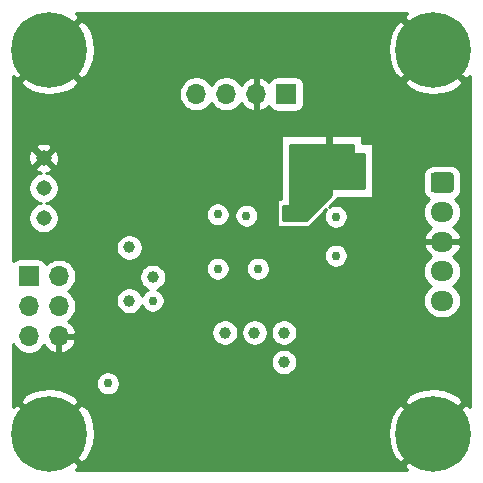
<source format=gbr>
G04 #@! TF.GenerationSoftware,KiCad,Pcbnew,(5.1.6-0-10_14)*
G04 #@! TF.CreationDate,2020-09-06T19:08:14+02:00*
G04 #@! TF.ProjectId,Tachometer pcb,54616368-6f6d-4657-9465-72207063622e,V2.0*
G04 #@! TF.SameCoordinates,Original*
G04 #@! TF.FileFunction,Copper,L2,Inr*
G04 #@! TF.FilePolarity,Positive*
%FSLAX46Y46*%
G04 Gerber Fmt 4.6, Leading zero omitted, Abs format (unit mm)*
G04 Created by KiCad (PCBNEW (5.1.6-0-10_14)) date 2020-09-06 19:08:14*
%MOMM*%
%LPD*%
G01*
G04 APERTURE LIST*
G04 #@! TA.AperFunction,ViaPad*
%ADD10C,1.308000*%
G04 #@! TD*
G04 #@! TA.AperFunction,ViaPad*
%ADD11O,1.700000X1.700000*%
G04 #@! TD*
G04 #@! TA.AperFunction,ViaPad*
%ADD12R,1.700000X1.700000*%
G04 #@! TD*
G04 #@! TA.AperFunction,ViaPad*
%ADD13O,1.950000X1.700000*%
G04 #@! TD*
G04 #@! TA.AperFunction,ViaPad*
%ADD14C,0.800000*%
G04 #@! TD*
G04 #@! TA.AperFunction,ViaPad*
%ADD15C,6.400000*%
G04 #@! TD*
G04 #@! TA.AperFunction,ViaPad*
%ADD16C,1.000000*%
G04 #@! TD*
G04 #@! TA.AperFunction,ViaPad*
%ADD17C,0.750000*%
G04 #@! TD*
G04 #@! TA.AperFunction,Conductor*
%ADD18C,0.254000*%
G04 #@! TD*
G04 APERTURE END LIST*
D10*
X138250000Y-103000000D03*
X138250000Y-97920000D03*
X138250000Y-100460000D03*
D11*
X139540000Y-113000000D03*
X137000000Y-113000000D03*
X139540000Y-110460000D03*
X137000000Y-110460000D03*
X139540000Y-107920000D03*
D12*
X137000000Y-107920000D03*
D13*
X172000000Y-110000000D03*
X172000000Y-107500000D03*
X172000000Y-105000000D03*
X172000000Y-102500000D03*
G04 #@! TA.AperFunction,ViaPad*
G36*
G01*
X171275000Y-99150000D02*
X172725000Y-99150000D01*
G75*
G02*
X172975000Y-99400000I0J-250000D01*
G01*
X172975000Y-100600000D01*
G75*
G02*
X172725000Y-100850000I-250000J0D01*
G01*
X171275000Y-100850000D01*
G75*
G02*
X171025000Y-100600000I0J250000D01*
G01*
X171025000Y-99400000D01*
G75*
G02*
X171275000Y-99150000I250000J0D01*
G01*
G37*
G04 #@! TD.AperFunction*
D11*
X151180000Y-92500000D03*
X153720000Y-92500000D03*
X156260000Y-92500000D03*
D12*
X158800000Y-92500000D03*
D14*
X140447056Y-119552944D03*
X138750000Y-118850000D03*
X137052944Y-119552944D03*
X136350000Y-121250000D03*
X137052944Y-122947056D03*
X138750000Y-123650000D03*
X140447056Y-122947056D03*
X141150000Y-121250000D03*
D15*
X138750000Y-121250000D03*
X171250000Y-121250000D03*
D14*
X173650000Y-121250000D03*
X172947056Y-122947056D03*
X171250000Y-123650000D03*
X169552944Y-122947056D03*
X168850000Y-121250000D03*
X169552944Y-119552944D03*
X171250000Y-118850000D03*
X172947056Y-119552944D03*
X172947056Y-87052944D03*
X171250000Y-86350000D03*
X169552944Y-87052944D03*
X168850000Y-88750000D03*
X169552944Y-90447056D03*
X171250000Y-91150000D03*
X172947056Y-90447056D03*
X173650000Y-88750000D03*
D15*
X171250000Y-88750000D03*
D14*
X140447056Y-87052944D03*
X138750000Y-86350000D03*
X137052944Y-87052944D03*
X136350000Y-88750000D03*
X137052944Y-90447056D03*
X138750000Y-91150000D03*
X140447056Y-90447056D03*
X141150000Y-88750000D03*
D15*
X138750000Y-88750000D03*
D16*
X159700000Y-97300000D03*
X165000000Y-100000000D03*
X165500000Y-103000000D03*
X165500000Y-105000000D03*
X165500000Y-107000000D03*
D17*
X144000000Y-118750000D03*
X144000000Y-120500000D03*
X144000000Y-122250000D03*
X166000000Y-122000000D03*
X164000000Y-122000000D03*
X143700000Y-117000000D03*
X155400000Y-102800000D03*
X147500000Y-110000000D03*
X153000000Y-102700000D03*
X163000000Y-106200000D03*
D16*
X145500000Y-110000000D03*
X147500000Y-108000000D03*
X158600000Y-112700000D03*
X156100000Y-112700000D03*
X158600000Y-115200000D03*
X153600000Y-112700000D03*
X145500000Y-105500000D03*
D17*
X163000000Y-102900000D03*
X153000000Y-107300000D03*
X156400000Y-107300000D03*
D18*
G36*
X168728724Y-86049119D02*
G01*
X171250000Y-88570395D01*
X171264143Y-88556253D01*
X171443748Y-88735858D01*
X171429605Y-88750000D01*
X173950881Y-91271276D01*
X174340000Y-90985049D01*
X174340001Y-119014952D01*
X173950881Y-118728724D01*
X171429605Y-121250000D01*
X171443748Y-121264143D01*
X171264143Y-121443748D01*
X171250000Y-121429605D01*
X168728724Y-123950881D01*
X169014951Y-124340000D01*
X140985049Y-124340000D01*
X141271276Y-123950881D01*
X138750000Y-121429605D01*
X138735858Y-121443748D01*
X138556253Y-121264143D01*
X138570395Y-121250000D01*
X138929605Y-121250000D01*
X141450881Y-123771276D01*
X141940548Y-123411088D01*
X142300849Y-122747118D01*
X142524694Y-122025615D01*
X142603480Y-121274305D01*
X142599002Y-121225695D01*
X167396520Y-121225695D01*
X167465822Y-121977938D01*
X167680548Y-122702208D01*
X168032445Y-123370670D01*
X168059452Y-123411088D01*
X168549119Y-123771276D01*
X171070395Y-121250000D01*
X168549119Y-118728724D01*
X168059452Y-119088912D01*
X167699151Y-119752882D01*
X167475306Y-120474385D01*
X167396520Y-121225695D01*
X142599002Y-121225695D01*
X142534178Y-120522062D01*
X142319452Y-119797792D01*
X141967555Y-119129330D01*
X141940548Y-119088912D01*
X141450881Y-118728724D01*
X138929605Y-121250000D01*
X138570395Y-121250000D01*
X136049119Y-118728724D01*
X135660000Y-119014951D01*
X135660000Y-118549119D01*
X136228724Y-118549119D01*
X138750000Y-121070395D01*
X141271276Y-118549119D01*
X168728724Y-118549119D01*
X171250000Y-121070395D01*
X173771276Y-118549119D01*
X173411088Y-118059452D01*
X172747118Y-117699151D01*
X172025615Y-117475306D01*
X171274305Y-117396520D01*
X170522062Y-117465822D01*
X169797792Y-117680548D01*
X169129330Y-118032445D01*
X169088912Y-118059452D01*
X168728724Y-118549119D01*
X141271276Y-118549119D01*
X140911088Y-118059452D01*
X140247118Y-117699151D01*
X139525615Y-117475306D01*
X138774305Y-117396520D01*
X138022062Y-117465822D01*
X137297792Y-117680548D01*
X136629330Y-118032445D01*
X136588912Y-118059452D01*
X136228724Y-118549119D01*
X135660000Y-118549119D01*
X135660000Y-116900524D01*
X142690000Y-116900524D01*
X142690000Y-117099476D01*
X142728814Y-117294606D01*
X142804950Y-117478414D01*
X142915482Y-117643837D01*
X143056163Y-117784518D01*
X143221586Y-117895050D01*
X143405394Y-117971186D01*
X143600524Y-118010000D01*
X143799476Y-118010000D01*
X143994606Y-117971186D01*
X144178414Y-117895050D01*
X144343837Y-117784518D01*
X144484518Y-117643837D01*
X144595050Y-117478414D01*
X144671186Y-117294606D01*
X144710000Y-117099476D01*
X144710000Y-116900524D01*
X144671186Y-116705394D01*
X144595050Y-116521586D01*
X144484518Y-116356163D01*
X144343837Y-116215482D01*
X144178414Y-116104950D01*
X143994606Y-116028814D01*
X143799476Y-115990000D01*
X143600524Y-115990000D01*
X143405394Y-116028814D01*
X143221586Y-116104950D01*
X143056163Y-116215482D01*
X142915482Y-116356163D01*
X142804950Y-116521586D01*
X142728814Y-116705394D01*
X142690000Y-116900524D01*
X135660000Y-116900524D01*
X135660000Y-115088212D01*
X157465000Y-115088212D01*
X157465000Y-115311788D01*
X157508617Y-115531067D01*
X157594176Y-115737624D01*
X157718388Y-115923520D01*
X157876480Y-116081612D01*
X158062376Y-116205824D01*
X158268933Y-116291383D01*
X158488212Y-116335000D01*
X158711788Y-116335000D01*
X158931067Y-116291383D01*
X159137624Y-116205824D01*
X159323520Y-116081612D01*
X159481612Y-115923520D01*
X159605824Y-115737624D01*
X159691383Y-115531067D01*
X159735000Y-115311788D01*
X159735000Y-115088212D01*
X159691383Y-114868933D01*
X159605824Y-114662376D01*
X159481612Y-114476480D01*
X159323520Y-114318388D01*
X159137624Y-114194176D01*
X158931067Y-114108617D01*
X158711788Y-114065000D01*
X158488212Y-114065000D01*
X158268933Y-114108617D01*
X158062376Y-114194176D01*
X157876480Y-114318388D01*
X157718388Y-114476480D01*
X157594176Y-114662376D01*
X157508617Y-114868933D01*
X157465000Y-115088212D01*
X135660000Y-115088212D01*
X135660000Y-113645445D01*
X135684010Y-113703411D01*
X135846525Y-113946632D01*
X136053368Y-114153475D01*
X136296589Y-114315990D01*
X136566842Y-114427932D01*
X136853740Y-114485000D01*
X137146260Y-114485000D01*
X137433158Y-114427932D01*
X137703411Y-114315990D01*
X137946632Y-114153475D01*
X138153475Y-113946632D01*
X138271100Y-113770594D01*
X138442412Y-114000269D01*
X138658645Y-114195178D01*
X138908748Y-114344157D01*
X139183109Y-114441481D01*
X139413000Y-114320814D01*
X139413000Y-113127000D01*
X139667000Y-113127000D01*
X139667000Y-114320814D01*
X139896891Y-114441481D01*
X140171252Y-114344157D01*
X140421355Y-114195178D01*
X140637588Y-114000269D01*
X140811641Y-113766920D01*
X140936825Y-113504099D01*
X140981476Y-113356890D01*
X140860155Y-113127000D01*
X139667000Y-113127000D01*
X139413000Y-113127000D01*
X139393000Y-113127000D01*
X139393000Y-112873000D01*
X139413000Y-112873000D01*
X139413000Y-112853000D01*
X139667000Y-112853000D01*
X139667000Y-112873000D01*
X140860155Y-112873000D01*
X140981476Y-112643110D01*
X140964825Y-112588212D01*
X152465000Y-112588212D01*
X152465000Y-112811788D01*
X152508617Y-113031067D01*
X152594176Y-113237624D01*
X152718388Y-113423520D01*
X152876480Y-113581612D01*
X153062376Y-113705824D01*
X153268933Y-113791383D01*
X153488212Y-113835000D01*
X153711788Y-113835000D01*
X153931067Y-113791383D01*
X154137624Y-113705824D01*
X154323520Y-113581612D01*
X154481612Y-113423520D01*
X154605824Y-113237624D01*
X154691383Y-113031067D01*
X154735000Y-112811788D01*
X154735000Y-112588212D01*
X154965000Y-112588212D01*
X154965000Y-112811788D01*
X155008617Y-113031067D01*
X155094176Y-113237624D01*
X155218388Y-113423520D01*
X155376480Y-113581612D01*
X155562376Y-113705824D01*
X155768933Y-113791383D01*
X155988212Y-113835000D01*
X156211788Y-113835000D01*
X156431067Y-113791383D01*
X156637624Y-113705824D01*
X156823520Y-113581612D01*
X156981612Y-113423520D01*
X157105824Y-113237624D01*
X157191383Y-113031067D01*
X157235000Y-112811788D01*
X157235000Y-112588212D01*
X157465000Y-112588212D01*
X157465000Y-112811788D01*
X157508617Y-113031067D01*
X157594176Y-113237624D01*
X157718388Y-113423520D01*
X157876480Y-113581612D01*
X158062376Y-113705824D01*
X158268933Y-113791383D01*
X158488212Y-113835000D01*
X158711788Y-113835000D01*
X158931067Y-113791383D01*
X159137624Y-113705824D01*
X159323520Y-113581612D01*
X159481612Y-113423520D01*
X159605824Y-113237624D01*
X159691383Y-113031067D01*
X159735000Y-112811788D01*
X159735000Y-112588212D01*
X159691383Y-112368933D01*
X159605824Y-112162376D01*
X159481612Y-111976480D01*
X159323520Y-111818388D01*
X159137624Y-111694176D01*
X158931067Y-111608617D01*
X158711788Y-111565000D01*
X158488212Y-111565000D01*
X158268933Y-111608617D01*
X158062376Y-111694176D01*
X157876480Y-111818388D01*
X157718388Y-111976480D01*
X157594176Y-112162376D01*
X157508617Y-112368933D01*
X157465000Y-112588212D01*
X157235000Y-112588212D01*
X157191383Y-112368933D01*
X157105824Y-112162376D01*
X156981612Y-111976480D01*
X156823520Y-111818388D01*
X156637624Y-111694176D01*
X156431067Y-111608617D01*
X156211788Y-111565000D01*
X155988212Y-111565000D01*
X155768933Y-111608617D01*
X155562376Y-111694176D01*
X155376480Y-111818388D01*
X155218388Y-111976480D01*
X155094176Y-112162376D01*
X155008617Y-112368933D01*
X154965000Y-112588212D01*
X154735000Y-112588212D01*
X154691383Y-112368933D01*
X154605824Y-112162376D01*
X154481612Y-111976480D01*
X154323520Y-111818388D01*
X154137624Y-111694176D01*
X153931067Y-111608617D01*
X153711788Y-111565000D01*
X153488212Y-111565000D01*
X153268933Y-111608617D01*
X153062376Y-111694176D01*
X152876480Y-111818388D01*
X152718388Y-111976480D01*
X152594176Y-112162376D01*
X152508617Y-112368933D01*
X152465000Y-112588212D01*
X140964825Y-112588212D01*
X140936825Y-112495901D01*
X140811641Y-112233080D01*
X140637588Y-111999731D01*
X140421355Y-111804822D01*
X140304466Y-111735195D01*
X140486632Y-111613475D01*
X140693475Y-111406632D01*
X140855990Y-111163411D01*
X140967932Y-110893158D01*
X141025000Y-110606260D01*
X141025000Y-110313740D01*
X140967932Y-110026842D01*
X140910510Y-109888212D01*
X144365000Y-109888212D01*
X144365000Y-110111788D01*
X144408617Y-110331067D01*
X144494176Y-110537624D01*
X144618388Y-110723520D01*
X144776480Y-110881612D01*
X144962376Y-111005824D01*
X145168933Y-111091383D01*
X145388212Y-111135000D01*
X145611788Y-111135000D01*
X145831067Y-111091383D01*
X146037624Y-111005824D01*
X146223520Y-110881612D01*
X146381612Y-110723520D01*
X146505824Y-110537624D01*
X146567650Y-110388364D01*
X146604950Y-110478414D01*
X146715482Y-110643837D01*
X146856163Y-110784518D01*
X147021586Y-110895050D01*
X147205394Y-110971186D01*
X147400524Y-111010000D01*
X147599476Y-111010000D01*
X147794606Y-110971186D01*
X147978414Y-110895050D01*
X148143837Y-110784518D01*
X148284518Y-110643837D01*
X148395050Y-110478414D01*
X148471186Y-110294606D01*
X148510000Y-110099476D01*
X148510000Y-109900524D01*
X148471186Y-109705394D01*
X148395050Y-109521586D01*
X148284518Y-109356163D01*
X148143837Y-109215482D01*
X147978414Y-109104950D01*
X147888364Y-109067650D01*
X148037624Y-109005824D01*
X148223520Y-108881612D01*
X148381612Y-108723520D01*
X148505824Y-108537624D01*
X148591383Y-108331067D01*
X148635000Y-108111788D01*
X148635000Y-107888212D01*
X148591383Y-107668933D01*
X148505824Y-107462376D01*
X148381612Y-107276480D01*
X148305656Y-107200524D01*
X151990000Y-107200524D01*
X151990000Y-107399476D01*
X152028814Y-107594606D01*
X152104950Y-107778414D01*
X152215482Y-107943837D01*
X152356163Y-108084518D01*
X152521586Y-108195050D01*
X152705394Y-108271186D01*
X152900524Y-108310000D01*
X153099476Y-108310000D01*
X153294606Y-108271186D01*
X153478414Y-108195050D01*
X153643837Y-108084518D01*
X153784518Y-107943837D01*
X153895050Y-107778414D01*
X153971186Y-107594606D01*
X154010000Y-107399476D01*
X154010000Y-107200524D01*
X155390000Y-107200524D01*
X155390000Y-107399476D01*
X155428814Y-107594606D01*
X155504950Y-107778414D01*
X155615482Y-107943837D01*
X155756163Y-108084518D01*
X155921586Y-108195050D01*
X156105394Y-108271186D01*
X156300524Y-108310000D01*
X156499476Y-108310000D01*
X156694606Y-108271186D01*
X156878414Y-108195050D01*
X157043837Y-108084518D01*
X157184518Y-107943837D01*
X157295050Y-107778414D01*
X157371186Y-107594606D01*
X157390004Y-107500000D01*
X170382815Y-107500000D01*
X170411487Y-107791111D01*
X170496401Y-108071034D01*
X170634294Y-108329014D01*
X170819866Y-108555134D01*
X171045986Y-108740706D01*
X171063374Y-108750000D01*
X171045986Y-108759294D01*
X170819866Y-108944866D01*
X170634294Y-109170986D01*
X170496401Y-109428966D01*
X170411487Y-109708889D01*
X170382815Y-110000000D01*
X170411487Y-110291111D01*
X170496401Y-110571034D01*
X170634294Y-110829014D01*
X170819866Y-111055134D01*
X171045986Y-111240706D01*
X171303966Y-111378599D01*
X171583889Y-111463513D01*
X171802050Y-111485000D01*
X172197950Y-111485000D01*
X172416111Y-111463513D01*
X172696034Y-111378599D01*
X172954014Y-111240706D01*
X173180134Y-111055134D01*
X173365706Y-110829014D01*
X173503599Y-110571034D01*
X173588513Y-110291111D01*
X173617185Y-110000000D01*
X173588513Y-109708889D01*
X173503599Y-109428966D01*
X173365706Y-109170986D01*
X173180134Y-108944866D01*
X172954014Y-108759294D01*
X172936626Y-108750000D01*
X172954014Y-108740706D01*
X173180134Y-108555134D01*
X173365706Y-108329014D01*
X173503599Y-108071034D01*
X173588513Y-107791111D01*
X173617185Y-107500000D01*
X173588513Y-107208889D01*
X173503599Y-106928966D01*
X173365706Y-106670986D01*
X173180134Y-106444866D01*
X172954014Y-106259294D01*
X172928278Y-106245538D01*
X173134429Y-106089049D01*
X173327496Y-105871193D01*
X173474352Y-105619858D01*
X173566476Y-105356890D01*
X173445155Y-105127000D01*
X172127000Y-105127000D01*
X172127000Y-105147000D01*
X171873000Y-105147000D01*
X171873000Y-105127000D01*
X170554845Y-105127000D01*
X170433524Y-105356890D01*
X170525648Y-105619858D01*
X170672504Y-105871193D01*
X170865571Y-106089049D01*
X171071722Y-106245538D01*
X171045986Y-106259294D01*
X170819866Y-106444866D01*
X170634294Y-106670986D01*
X170496401Y-106928966D01*
X170411487Y-107208889D01*
X170382815Y-107500000D01*
X157390004Y-107500000D01*
X157410000Y-107399476D01*
X157410000Y-107200524D01*
X157371186Y-107005394D01*
X157295050Y-106821586D01*
X157184518Y-106656163D01*
X157043837Y-106515482D01*
X156878414Y-106404950D01*
X156694606Y-106328814D01*
X156499476Y-106290000D01*
X156300524Y-106290000D01*
X156105394Y-106328814D01*
X155921586Y-106404950D01*
X155756163Y-106515482D01*
X155615482Y-106656163D01*
X155504950Y-106821586D01*
X155428814Y-107005394D01*
X155390000Y-107200524D01*
X154010000Y-107200524D01*
X153971186Y-107005394D01*
X153895050Y-106821586D01*
X153784518Y-106656163D01*
X153643837Y-106515482D01*
X153478414Y-106404950D01*
X153294606Y-106328814D01*
X153099476Y-106290000D01*
X152900524Y-106290000D01*
X152705394Y-106328814D01*
X152521586Y-106404950D01*
X152356163Y-106515482D01*
X152215482Y-106656163D01*
X152104950Y-106821586D01*
X152028814Y-107005394D01*
X151990000Y-107200524D01*
X148305656Y-107200524D01*
X148223520Y-107118388D01*
X148037624Y-106994176D01*
X147831067Y-106908617D01*
X147611788Y-106865000D01*
X147388212Y-106865000D01*
X147168933Y-106908617D01*
X146962376Y-106994176D01*
X146776480Y-107118388D01*
X146618388Y-107276480D01*
X146494176Y-107462376D01*
X146408617Y-107668933D01*
X146365000Y-107888212D01*
X146365000Y-108111788D01*
X146408617Y-108331067D01*
X146494176Y-108537624D01*
X146618388Y-108723520D01*
X146776480Y-108881612D01*
X146962376Y-109005824D01*
X147111636Y-109067650D01*
X147021586Y-109104950D01*
X146856163Y-109215482D01*
X146715482Y-109356163D01*
X146604950Y-109521586D01*
X146567650Y-109611636D01*
X146505824Y-109462376D01*
X146381612Y-109276480D01*
X146223520Y-109118388D01*
X146037624Y-108994176D01*
X145831067Y-108908617D01*
X145611788Y-108865000D01*
X145388212Y-108865000D01*
X145168933Y-108908617D01*
X144962376Y-108994176D01*
X144776480Y-109118388D01*
X144618388Y-109276480D01*
X144494176Y-109462376D01*
X144408617Y-109668933D01*
X144365000Y-109888212D01*
X140910510Y-109888212D01*
X140855990Y-109756589D01*
X140693475Y-109513368D01*
X140486632Y-109306525D01*
X140312240Y-109190000D01*
X140486632Y-109073475D01*
X140693475Y-108866632D01*
X140855990Y-108623411D01*
X140967932Y-108353158D01*
X141025000Y-108066260D01*
X141025000Y-107773740D01*
X140967932Y-107486842D01*
X140855990Y-107216589D01*
X140693475Y-106973368D01*
X140486632Y-106766525D01*
X140243411Y-106604010D01*
X139973158Y-106492068D01*
X139686260Y-106435000D01*
X139393740Y-106435000D01*
X139106842Y-106492068D01*
X138836589Y-106604010D01*
X138593368Y-106766525D01*
X138461513Y-106898380D01*
X138439502Y-106825820D01*
X138380537Y-106715506D01*
X138301185Y-106618815D01*
X138204494Y-106539463D01*
X138094180Y-106480498D01*
X137974482Y-106444188D01*
X137850000Y-106431928D01*
X136150000Y-106431928D01*
X136025518Y-106444188D01*
X135905820Y-106480498D01*
X135795506Y-106539463D01*
X135698815Y-106618815D01*
X135660000Y-106666111D01*
X135660000Y-105388212D01*
X144365000Y-105388212D01*
X144365000Y-105611788D01*
X144408617Y-105831067D01*
X144494176Y-106037624D01*
X144618388Y-106223520D01*
X144776480Y-106381612D01*
X144962376Y-106505824D01*
X145168933Y-106591383D01*
X145388212Y-106635000D01*
X145611788Y-106635000D01*
X145831067Y-106591383D01*
X146037624Y-106505824D01*
X146223520Y-106381612D01*
X146381612Y-106223520D01*
X146463795Y-106100524D01*
X161990000Y-106100524D01*
X161990000Y-106299476D01*
X162028814Y-106494606D01*
X162104950Y-106678414D01*
X162215482Y-106843837D01*
X162356163Y-106984518D01*
X162521586Y-107095050D01*
X162705394Y-107171186D01*
X162900524Y-107210000D01*
X163099476Y-107210000D01*
X163294606Y-107171186D01*
X163478414Y-107095050D01*
X163643837Y-106984518D01*
X163784518Y-106843837D01*
X163895050Y-106678414D01*
X163971186Y-106494606D01*
X164010000Y-106299476D01*
X164010000Y-106100524D01*
X163971186Y-105905394D01*
X163895050Y-105721586D01*
X163784518Y-105556163D01*
X163643837Y-105415482D01*
X163478414Y-105304950D01*
X163294606Y-105228814D01*
X163099476Y-105190000D01*
X162900524Y-105190000D01*
X162705394Y-105228814D01*
X162521586Y-105304950D01*
X162356163Y-105415482D01*
X162215482Y-105556163D01*
X162104950Y-105721586D01*
X162028814Y-105905394D01*
X161990000Y-106100524D01*
X146463795Y-106100524D01*
X146505824Y-106037624D01*
X146591383Y-105831067D01*
X146635000Y-105611788D01*
X146635000Y-105388212D01*
X146591383Y-105168933D01*
X146505824Y-104962376D01*
X146381612Y-104776480D01*
X146223520Y-104618388D01*
X146037624Y-104494176D01*
X145831067Y-104408617D01*
X145611788Y-104365000D01*
X145388212Y-104365000D01*
X145168933Y-104408617D01*
X144962376Y-104494176D01*
X144776480Y-104618388D01*
X144618388Y-104776480D01*
X144494176Y-104962376D01*
X144408617Y-105168933D01*
X144365000Y-105388212D01*
X135660000Y-105388212D01*
X135660000Y-100333045D01*
X136961000Y-100333045D01*
X136961000Y-100586955D01*
X137010535Y-100835987D01*
X137107703Y-101070570D01*
X137248768Y-101281690D01*
X137428310Y-101461232D01*
X137639430Y-101602297D01*
X137874013Y-101699465D01*
X138027524Y-101730000D01*
X137874013Y-101760535D01*
X137639430Y-101857703D01*
X137428310Y-101998768D01*
X137248768Y-102178310D01*
X137107703Y-102389430D01*
X137010535Y-102624013D01*
X136961000Y-102873045D01*
X136961000Y-103126955D01*
X137010535Y-103375987D01*
X137107703Y-103610570D01*
X137248768Y-103821690D01*
X137428310Y-104001232D01*
X137639430Y-104142297D01*
X137874013Y-104239465D01*
X138123045Y-104289000D01*
X138376955Y-104289000D01*
X138625987Y-104239465D01*
X138860570Y-104142297D01*
X139071690Y-104001232D01*
X139251232Y-103821690D01*
X139392297Y-103610570D01*
X139489465Y-103375987D01*
X139539000Y-103126955D01*
X139539000Y-102873045D01*
X139489465Y-102624013D01*
X139479736Y-102600524D01*
X151990000Y-102600524D01*
X151990000Y-102799476D01*
X152028814Y-102994606D01*
X152104950Y-103178414D01*
X152215482Y-103343837D01*
X152356163Y-103484518D01*
X152521586Y-103595050D01*
X152705394Y-103671186D01*
X152900524Y-103710000D01*
X153099476Y-103710000D01*
X153294606Y-103671186D01*
X153478414Y-103595050D01*
X153643837Y-103484518D01*
X153784518Y-103343837D01*
X153895050Y-103178414D01*
X153971186Y-102994606D01*
X154010000Y-102799476D01*
X154010000Y-102700524D01*
X154390000Y-102700524D01*
X154390000Y-102899476D01*
X154428814Y-103094606D01*
X154504950Y-103278414D01*
X154615482Y-103443837D01*
X154756163Y-103584518D01*
X154921586Y-103695050D01*
X155105394Y-103771186D01*
X155300524Y-103810000D01*
X155499476Y-103810000D01*
X155694606Y-103771186D01*
X155878414Y-103695050D01*
X156043837Y-103584518D01*
X156184518Y-103443837D01*
X156295050Y-103278414D01*
X156371186Y-103094606D01*
X156410000Y-102899476D01*
X156410000Y-102700524D01*
X156371186Y-102505394D01*
X156295050Y-102321586D01*
X156184518Y-102156163D01*
X156043837Y-102015482D01*
X155878414Y-101904950D01*
X155694606Y-101828814D01*
X155499476Y-101790000D01*
X155300524Y-101790000D01*
X155105394Y-101828814D01*
X154921586Y-101904950D01*
X154756163Y-102015482D01*
X154615482Y-102156163D01*
X154504950Y-102321586D01*
X154428814Y-102505394D01*
X154390000Y-102700524D01*
X154010000Y-102700524D01*
X154010000Y-102600524D01*
X153971186Y-102405394D01*
X153895050Y-102221586D01*
X153784518Y-102056163D01*
X153643837Y-101915482D01*
X153478414Y-101804950D01*
X153294606Y-101728814D01*
X153099476Y-101690000D01*
X152900524Y-101690000D01*
X152705394Y-101728814D01*
X152521586Y-101804950D01*
X152356163Y-101915482D01*
X152215482Y-102056163D01*
X152104950Y-102221586D01*
X152028814Y-102405394D01*
X151990000Y-102600524D01*
X139479736Y-102600524D01*
X139392297Y-102389430D01*
X139251232Y-102178310D01*
X139071690Y-101998768D01*
X138860570Y-101857703D01*
X138625987Y-101760535D01*
X138472476Y-101730000D01*
X138625987Y-101699465D01*
X138860570Y-101602297D01*
X139013669Y-101500000D01*
X157973000Y-101500000D01*
X157973000Y-103600000D01*
X157975440Y-103624776D01*
X157982667Y-103648601D01*
X157994403Y-103670557D01*
X158010197Y-103689803D01*
X158029443Y-103705597D01*
X158051399Y-103717333D01*
X158075224Y-103724560D01*
X158100000Y-103727000D01*
X160700000Y-103727000D01*
X160724776Y-103724560D01*
X160748601Y-103717333D01*
X160770557Y-103705597D01*
X160789803Y-103689803D01*
X162199451Y-102280155D01*
X162104950Y-102421586D01*
X162028814Y-102605394D01*
X161990000Y-102800524D01*
X161990000Y-102999476D01*
X162028814Y-103194606D01*
X162104950Y-103378414D01*
X162215482Y-103543837D01*
X162356163Y-103684518D01*
X162521586Y-103795050D01*
X162705394Y-103871186D01*
X162900524Y-103910000D01*
X163099476Y-103910000D01*
X163294606Y-103871186D01*
X163478414Y-103795050D01*
X163643837Y-103684518D01*
X163784518Y-103543837D01*
X163895050Y-103378414D01*
X163971186Y-103194606D01*
X164010000Y-102999476D01*
X164010000Y-102800524D01*
X163971186Y-102605394D01*
X163927531Y-102500000D01*
X170382815Y-102500000D01*
X170411487Y-102791111D01*
X170496401Y-103071034D01*
X170634294Y-103329014D01*
X170819866Y-103555134D01*
X171045986Y-103740706D01*
X171071722Y-103754462D01*
X170865571Y-103910951D01*
X170672504Y-104128807D01*
X170525648Y-104380142D01*
X170433524Y-104643110D01*
X170554845Y-104873000D01*
X171873000Y-104873000D01*
X171873000Y-104853000D01*
X172127000Y-104853000D01*
X172127000Y-104873000D01*
X173445155Y-104873000D01*
X173566476Y-104643110D01*
X173474352Y-104380142D01*
X173327496Y-104128807D01*
X173134429Y-103910951D01*
X172928278Y-103754462D01*
X172954014Y-103740706D01*
X173180134Y-103555134D01*
X173365706Y-103329014D01*
X173503599Y-103071034D01*
X173588513Y-102791111D01*
X173617185Y-102500000D01*
X173588513Y-102208889D01*
X173503599Y-101928966D01*
X173365706Y-101670986D01*
X173180134Y-101444866D01*
X173116663Y-101392777D01*
X173218386Y-101338405D01*
X173352962Y-101227962D01*
X173463405Y-101093386D01*
X173545472Y-100939850D01*
X173596008Y-100773254D01*
X173613072Y-100600000D01*
X173613072Y-99400000D01*
X173596008Y-99226746D01*
X173545472Y-99060150D01*
X173463405Y-98906614D01*
X173352962Y-98772038D01*
X173218386Y-98661595D01*
X173064850Y-98579528D01*
X172898254Y-98528992D01*
X172725000Y-98511928D01*
X171275000Y-98511928D01*
X171101746Y-98528992D01*
X170935150Y-98579528D01*
X170781614Y-98661595D01*
X170647038Y-98772038D01*
X170536595Y-98906614D01*
X170454528Y-99060150D01*
X170403992Y-99226746D01*
X170386928Y-99400000D01*
X170386928Y-100600000D01*
X170403992Y-100773254D01*
X170454528Y-100939850D01*
X170536595Y-101093386D01*
X170647038Y-101227962D01*
X170781614Y-101338405D01*
X170883337Y-101392777D01*
X170819866Y-101444866D01*
X170634294Y-101670986D01*
X170496401Y-101928966D01*
X170411487Y-102208889D01*
X170382815Y-102500000D01*
X163927531Y-102500000D01*
X163895050Y-102421586D01*
X163784518Y-102256163D01*
X163643837Y-102115482D01*
X163478414Y-102004950D01*
X163294606Y-101928814D01*
X163099476Y-101890000D01*
X162900524Y-101890000D01*
X162705394Y-101928814D01*
X162521586Y-102004950D01*
X162380155Y-102099451D01*
X163152606Y-101327000D01*
X166000000Y-101327000D01*
X166024776Y-101324560D01*
X166048601Y-101317333D01*
X166070557Y-101305597D01*
X166089803Y-101289803D01*
X166105597Y-101270557D01*
X166117333Y-101248601D01*
X166124560Y-101224776D01*
X166127000Y-101200000D01*
X166127000Y-96800000D01*
X166124560Y-96775224D01*
X166117333Y-96751399D01*
X166105597Y-96729443D01*
X166089803Y-96710197D01*
X166070557Y-96694403D01*
X166048601Y-96682667D01*
X166024776Y-96675440D01*
X166000000Y-96673000D01*
X165227000Y-96673000D01*
X165227000Y-96100000D01*
X165224560Y-96075224D01*
X165217333Y-96051399D01*
X165205597Y-96029443D01*
X165189803Y-96010197D01*
X165170557Y-95994403D01*
X165148601Y-95982667D01*
X165124776Y-95975440D01*
X165100000Y-95973000D01*
X162700000Y-95973000D01*
X162675224Y-95975440D01*
X162651399Y-95982667D01*
X162629443Y-95994403D01*
X162610197Y-96010197D01*
X162594403Y-96029443D01*
X162582667Y-96051399D01*
X162575440Y-96075224D01*
X162573000Y-96100000D01*
X162573000Y-96700000D01*
X162575440Y-96724776D01*
X162582667Y-96748601D01*
X162594403Y-96770557D01*
X162610197Y-96789803D01*
X162629443Y-96805597D01*
X162651399Y-96817333D01*
X162675224Y-96824560D01*
X162700000Y-96827000D01*
X164473000Y-96827000D01*
X164473000Y-97500000D01*
X164475440Y-97524776D01*
X164482667Y-97548601D01*
X164494403Y-97570557D01*
X164510197Y-97589803D01*
X164529443Y-97605597D01*
X164551399Y-97617333D01*
X164575224Y-97624560D01*
X164600000Y-97627000D01*
X165373000Y-97627000D01*
X165373000Y-100473000D01*
X162700000Y-100473000D01*
X162675224Y-100475440D01*
X162651399Y-100482667D01*
X162629443Y-100494403D01*
X162610197Y-100510197D01*
X162594403Y-100529443D01*
X162582667Y-100551399D01*
X162575440Y-100575224D01*
X162573000Y-100600000D01*
X162573000Y-101047394D01*
X160447394Y-103173000D01*
X158527000Y-103173000D01*
X158527000Y-102027000D01*
X159000000Y-102027000D01*
X159024776Y-102024560D01*
X159048601Y-102017333D01*
X159070557Y-102005597D01*
X159089803Y-101989803D01*
X159105597Y-101970557D01*
X159117333Y-101948601D01*
X159124560Y-101924776D01*
X159127000Y-101900000D01*
X159127000Y-96827000D01*
X162100000Y-96827000D01*
X162124776Y-96824560D01*
X162148601Y-96817333D01*
X162170557Y-96805597D01*
X162189803Y-96789803D01*
X162205597Y-96770557D01*
X162217333Y-96748601D01*
X162224560Y-96724776D01*
X162227000Y-96700000D01*
X162227000Y-96100000D01*
X162224560Y-96075224D01*
X162217333Y-96051399D01*
X162205597Y-96029443D01*
X162189803Y-96010197D01*
X162170557Y-95994403D01*
X162148601Y-95982667D01*
X162124776Y-95975440D01*
X162100000Y-95973000D01*
X158500000Y-95973000D01*
X158475224Y-95975440D01*
X158451399Y-95982667D01*
X158429443Y-95994403D01*
X158410197Y-96010197D01*
X158394403Y-96029443D01*
X158382667Y-96051399D01*
X158375440Y-96075224D01*
X158373000Y-96100000D01*
X158373000Y-101373000D01*
X158100000Y-101373000D01*
X158075224Y-101375440D01*
X158051399Y-101382667D01*
X158029443Y-101394403D01*
X158010197Y-101410197D01*
X157994403Y-101429443D01*
X157982667Y-101451399D01*
X157975440Y-101475224D01*
X157973000Y-101500000D01*
X139013669Y-101500000D01*
X139071690Y-101461232D01*
X139251232Y-101281690D01*
X139392297Y-101070570D01*
X139489465Y-100835987D01*
X139539000Y-100586955D01*
X139539000Y-100333045D01*
X139489465Y-100084013D01*
X139392297Y-99849430D01*
X139251232Y-99638310D01*
X139071690Y-99458768D01*
X138860570Y-99317703D01*
X138625987Y-99220535D01*
X138472001Y-99189906D01*
X138577079Y-99173259D01*
X138815293Y-99085368D01*
X138904907Y-99037468D01*
X138958782Y-98808387D01*
X138250000Y-98099605D01*
X137541218Y-98808387D01*
X137595093Y-99037468D01*
X137825684Y-99143763D01*
X138022484Y-99191003D01*
X137874013Y-99220535D01*
X137639430Y-99317703D01*
X137428310Y-99458768D01*
X137248768Y-99638310D01*
X137107703Y-99849430D01*
X137010535Y-100084013D01*
X136961000Y-100333045D01*
X135660000Y-100333045D01*
X135660000Y-97996296D01*
X136957012Y-97996296D01*
X136996741Y-98247079D01*
X137084632Y-98485293D01*
X137132532Y-98574907D01*
X137361613Y-98628782D01*
X138070395Y-97920000D01*
X138429605Y-97920000D01*
X139138387Y-98628782D01*
X139367468Y-98574907D01*
X139473763Y-98344316D01*
X139533028Y-98097419D01*
X139542988Y-97843704D01*
X139503259Y-97592921D01*
X139415368Y-97354707D01*
X139367468Y-97265093D01*
X139138387Y-97211218D01*
X138429605Y-97920000D01*
X138070395Y-97920000D01*
X137361613Y-97211218D01*
X137132532Y-97265093D01*
X137026237Y-97495684D01*
X136966972Y-97742581D01*
X136957012Y-97996296D01*
X135660000Y-97996296D01*
X135660000Y-97031613D01*
X137541218Y-97031613D01*
X138250000Y-97740395D01*
X138958782Y-97031613D01*
X138904907Y-96802532D01*
X138674316Y-96696237D01*
X138427419Y-96636972D01*
X138173704Y-96627012D01*
X137922921Y-96666741D01*
X137684707Y-96754632D01*
X137595093Y-96802532D01*
X137541218Y-97031613D01*
X135660000Y-97031613D01*
X135660000Y-91450881D01*
X136228724Y-91450881D01*
X136588912Y-91940548D01*
X137252882Y-92300849D01*
X137974385Y-92524694D01*
X138725695Y-92603480D01*
X139477938Y-92534178D01*
X140086554Y-92353740D01*
X149695000Y-92353740D01*
X149695000Y-92646260D01*
X149752068Y-92933158D01*
X149864010Y-93203411D01*
X150026525Y-93446632D01*
X150233368Y-93653475D01*
X150476589Y-93815990D01*
X150746842Y-93927932D01*
X151033740Y-93985000D01*
X151326260Y-93985000D01*
X151613158Y-93927932D01*
X151883411Y-93815990D01*
X152126632Y-93653475D01*
X152333475Y-93446632D01*
X152450000Y-93272240D01*
X152566525Y-93446632D01*
X152773368Y-93653475D01*
X153016589Y-93815990D01*
X153286842Y-93927932D01*
X153573740Y-93985000D01*
X153866260Y-93985000D01*
X154153158Y-93927932D01*
X154423411Y-93815990D01*
X154666632Y-93653475D01*
X154873475Y-93446632D01*
X154995195Y-93264466D01*
X155064822Y-93381355D01*
X155259731Y-93597588D01*
X155493080Y-93771641D01*
X155755901Y-93896825D01*
X155903110Y-93941476D01*
X156133000Y-93820155D01*
X156133000Y-92627000D01*
X156113000Y-92627000D01*
X156113000Y-92373000D01*
X156133000Y-92373000D01*
X156133000Y-91179845D01*
X156387000Y-91179845D01*
X156387000Y-92373000D01*
X156407000Y-92373000D01*
X156407000Y-92627000D01*
X156387000Y-92627000D01*
X156387000Y-93820155D01*
X156616890Y-93941476D01*
X156764099Y-93896825D01*
X157026920Y-93771641D01*
X157260269Y-93597588D01*
X157336034Y-93513534D01*
X157360498Y-93594180D01*
X157419463Y-93704494D01*
X157498815Y-93801185D01*
X157595506Y-93880537D01*
X157705820Y-93939502D01*
X157825518Y-93975812D01*
X157950000Y-93988072D01*
X159650000Y-93988072D01*
X159774482Y-93975812D01*
X159894180Y-93939502D01*
X160004494Y-93880537D01*
X160101185Y-93801185D01*
X160180537Y-93704494D01*
X160239502Y-93594180D01*
X160275812Y-93474482D01*
X160288072Y-93350000D01*
X160288072Y-91650000D01*
X160275812Y-91525518D01*
X160253172Y-91450881D01*
X168728724Y-91450881D01*
X169088912Y-91940548D01*
X169752882Y-92300849D01*
X170474385Y-92524694D01*
X171225695Y-92603480D01*
X171977938Y-92534178D01*
X172702208Y-92319452D01*
X173370670Y-91967555D01*
X173411088Y-91940548D01*
X173771276Y-91450881D01*
X171250000Y-88929605D01*
X168728724Y-91450881D01*
X160253172Y-91450881D01*
X160239502Y-91405820D01*
X160180537Y-91295506D01*
X160101185Y-91198815D01*
X160004494Y-91119463D01*
X159894180Y-91060498D01*
X159774482Y-91024188D01*
X159650000Y-91011928D01*
X157950000Y-91011928D01*
X157825518Y-91024188D01*
X157705820Y-91060498D01*
X157595506Y-91119463D01*
X157498815Y-91198815D01*
X157419463Y-91295506D01*
X157360498Y-91405820D01*
X157336034Y-91486466D01*
X157260269Y-91402412D01*
X157026920Y-91228359D01*
X156764099Y-91103175D01*
X156616890Y-91058524D01*
X156387000Y-91179845D01*
X156133000Y-91179845D01*
X155903110Y-91058524D01*
X155755901Y-91103175D01*
X155493080Y-91228359D01*
X155259731Y-91402412D01*
X155064822Y-91618645D01*
X154995195Y-91735534D01*
X154873475Y-91553368D01*
X154666632Y-91346525D01*
X154423411Y-91184010D01*
X154153158Y-91072068D01*
X153866260Y-91015000D01*
X153573740Y-91015000D01*
X153286842Y-91072068D01*
X153016589Y-91184010D01*
X152773368Y-91346525D01*
X152566525Y-91553368D01*
X152450000Y-91727760D01*
X152333475Y-91553368D01*
X152126632Y-91346525D01*
X151883411Y-91184010D01*
X151613158Y-91072068D01*
X151326260Y-91015000D01*
X151033740Y-91015000D01*
X150746842Y-91072068D01*
X150476589Y-91184010D01*
X150233368Y-91346525D01*
X150026525Y-91553368D01*
X149864010Y-91796589D01*
X149752068Y-92066842D01*
X149695000Y-92353740D01*
X140086554Y-92353740D01*
X140202208Y-92319452D01*
X140870670Y-91967555D01*
X140911088Y-91940548D01*
X141271276Y-91450881D01*
X138750000Y-88929605D01*
X136228724Y-91450881D01*
X135660000Y-91450881D01*
X135660000Y-90985049D01*
X136049119Y-91271276D01*
X138570395Y-88750000D01*
X138929605Y-88750000D01*
X141450881Y-91271276D01*
X141940548Y-90911088D01*
X142300849Y-90247118D01*
X142524694Y-89525615D01*
X142603480Y-88774305D01*
X142599002Y-88725695D01*
X167396520Y-88725695D01*
X167465822Y-89477938D01*
X167680548Y-90202208D01*
X168032445Y-90870670D01*
X168059452Y-90911088D01*
X168549119Y-91271276D01*
X171070395Y-88750000D01*
X168549119Y-86228724D01*
X168059452Y-86588912D01*
X167699151Y-87252882D01*
X167475306Y-87974385D01*
X167396520Y-88725695D01*
X142599002Y-88725695D01*
X142534178Y-88022062D01*
X142319452Y-87297792D01*
X141967555Y-86629330D01*
X141940548Y-86588912D01*
X141450881Y-86228724D01*
X138929605Y-88750000D01*
X138570395Y-88750000D01*
X138556253Y-88735858D01*
X138735858Y-88556253D01*
X138750000Y-88570395D01*
X141271276Y-86049119D01*
X140985049Y-85660000D01*
X169014951Y-85660000D01*
X168728724Y-86049119D01*
G37*
X168728724Y-86049119D02*
X171250000Y-88570395D01*
X171264143Y-88556253D01*
X171443748Y-88735858D01*
X171429605Y-88750000D01*
X173950881Y-91271276D01*
X174340000Y-90985049D01*
X174340001Y-119014952D01*
X173950881Y-118728724D01*
X171429605Y-121250000D01*
X171443748Y-121264143D01*
X171264143Y-121443748D01*
X171250000Y-121429605D01*
X168728724Y-123950881D01*
X169014951Y-124340000D01*
X140985049Y-124340000D01*
X141271276Y-123950881D01*
X138750000Y-121429605D01*
X138735858Y-121443748D01*
X138556253Y-121264143D01*
X138570395Y-121250000D01*
X138929605Y-121250000D01*
X141450881Y-123771276D01*
X141940548Y-123411088D01*
X142300849Y-122747118D01*
X142524694Y-122025615D01*
X142603480Y-121274305D01*
X142599002Y-121225695D01*
X167396520Y-121225695D01*
X167465822Y-121977938D01*
X167680548Y-122702208D01*
X168032445Y-123370670D01*
X168059452Y-123411088D01*
X168549119Y-123771276D01*
X171070395Y-121250000D01*
X168549119Y-118728724D01*
X168059452Y-119088912D01*
X167699151Y-119752882D01*
X167475306Y-120474385D01*
X167396520Y-121225695D01*
X142599002Y-121225695D01*
X142534178Y-120522062D01*
X142319452Y-119797792D01*
X141967555Y-119129330D01*
X141940548Y-119088912D01*
X141450881Y-118728724D01*
X138929605Y-121250000D01*
X138570395Y-121250000D01*
X136049119Y-118728724D01*
X135660000Y-119014951D01*
X135660000Y-118549119D01*
X136228724Y-118549119D01*
X138750000Y-121070395D01*
X141271276Y-118549119D01*
X168728724Y-118549119D01*
X171250000Y-121070395D01*
X173771276Y-118549119D01*
X173411088Y-118059452D01*
X172747118Y-117699151D01*
X172025615Y-117475306D01*
X171274305Y-117396520D01*
X170522062Y-117465822D01*
X169797792Y-117680548D01*
X169129330Y-118032445D01*
X169088912Y-118059452D01*
X168728724Y-118549119D01*
X141271276Y-118549119D01*
X140911088Y-118059452D01*
X140247118Y-117699151D01*
X139525615Y-117475306D01*
X138774305Y-117396520D01*
X138022062Y-117465822D01*
X137297792Y-117680548D01*
X136629330Y-118032445D01*
X136588912Y-118059452D01*
X136228724Y-118549119D01*
X135660000Y-118549119D01*
X135660000Y-116900524D01*
X142690000Y-116900524D01*
X142690000Y-117099476D01*
X142728814Y-117294606D01*
X142804950Y-117478414D01*
X142915482Y-117643837D01*
X143056163Y-117784518D01*
X143221586Y-117895050D01*
X143405394Y-117971186D01*
X143600524Y-118010000D01*
X143799476Y-118010000D01*
X143994606Y-117971186D01*
X144178414Y-117895050D01*
X144343837Y-117784518D01*
X144484518Y-117643837D01*
X144595050Y-117478414D01*
X144671186Y-117294606D01*
X144710000Y-117099476D01*
X144710000Y-116900524D01*
X144671186Y-116705394D01*
X144595050Y-116521586D01*
X144484518Y-116356163D01*
X144343837Y-116215482D01*
X144178414Y-116104950D01*
X143994606Y-116028814D01*
X143799476Y-115990000D01*
X143600524Y-115990000D01*
X143405394Y-116028814D01*
X143221586Y-116104950D01*
X143056163Y-116215482D01*
X142915482Y-116356163D01*
X142804950Y-116521586D01*
X142728814Y-116705394D01*
X142690000Y-116900524D01*
X135660000Y-116900524D01*
X135660000Y-115088212D01*
X157465000Y-115088212D01*
X157465000Y-115311788D01*
X157508617Y-115531067D01*
X157594176Y-115737624D01*
X157718388Y-115923520D01*
X157876480Y-116081612D01*
X158062376Y-116205824D01*
X158268933Y-116291383D01*
X158488212Y-116335000D01*
X158711788Y-116335000D01*
X158931067Y-116291383D01*
X159137624Y-116205824D01*
X159323520Y-116081612D01*
X159481612Y-115923520D01*
X159605824Y-115737624D01*
X159691383Y-115531067D01*
X159735000Y-115311788D01*
X159735000Y-115088212D01*
X159691383Y-114868933D01*
X159605824Y-114662376D01*
X159481612Y-114476480D01*
X159323520Y-114318388D01*
X159137624Y-114194176D01*
X158931067Y-114108617D01*
X158711788Y-114065000D01*
X158488212Y-114065000D01*
X158268933Y-114108617D01*
X158062376Y-114194176D01*
X157876480Y-114318388D01*
X157718388Y-114476480D01*
X157594176Y-114662376D01*
X157508617Y-114868933D01*
X157465000Y-115088212D01*
X135660000Y-115088212D01*
X135660000Y-113645445D01*
X135684010Y-113703411D01*
X135846525Y-113946632D01*
X136053368Y-114153475D01*
X136296589Y-114315990D01*
X136566842Y-114427932D01*
X136853740Y-114485000D01*
X137146260Y-114485000D01*
X137433158Y-114427932D01*
X137703411Y-114315990D01*
X137946632Y-114153475D01*
X138153475Y-113946632D01*
X138271100Y-113770594D01*
X138442412Y-114000269D01*
X138658645Y-114195178D01*
X138908748Y-114344157D01*
X139183109Y-114441481D01*
X139413000Y-114320814D01*
X139413000Y-113127000D01*
X139667000Y-113127000D01*
X139667000Y-114320814D01*
X139896891Y-114441481D01*
X140171252Y-114344157D01*
X140421355Y-114195178D01*
X140637588Y-114000269D01*
X140811641Y-113766920D01*
X140936825Y-113504099D01*
X140981476Y-113356890D01*
X140860155Y-113127000D01*
X139667000Y-113127000D01*
X139413000Y-113127000D01*
X139393000Y-113127000D01*
X139393000Y-112873000D01*
X139413000Y-112873000D01*
X139413000Y-112853000D01*
X139667000Y-112853000D01*
X139667000Y-112873000D01*
X140860155Y-112873000D01*
X140981476Y-112643110D01*
X140964825Y-112588212D01*
X152465000Y-112588212D01*
X152465000Y-112811788D01*
X152508617Y-113031067D01*
X152594176Y-113237624D01*
X152718388Y-113423520D01*
X152876480Y-113581612D01*
X153062376Y-113705824D01*
X153268933Y-113791383D01*
X153488212Y-113835000D01*
X153711788Y-113835000D01*
X153931067Y-113791383D01*
X154137624Y-113705824D01*
X154323520Y-113581612D01*
X154481612Y-113423520D01*
X154605824Y-113237624D01*
X154691383Y-113031067D01*
X154735000Y-112811788D01*
X154735000Y-112588212D01*
X154965000Y-112588212D01*
X154965000Y-112811788D01*
X155008617Y-113031067D01*
X155094176Y-113237624D01*
X155218388Y-113423520D01*
X155376480Y-113581612D01*
X155562376Y-113705824D01*
X155768933Y-113791383D01*
X155988212Y-113835000D01*
X156211788Y-113835000D01*
X156431067Y-113791383D01*
X156637624Y-113705824D01*
X156823520Y-113581612D01*
X156981612Y-113423520D01*
X157105824Y-113237624D01*
X157191383Y-113031067D01*
X157235000Y-112811788D01*
X157235000Y-112588212D01*
X157465000Y-112588212D01*
X157465000Y-112811788D01*
X157508617Y-113031067D01*
X157594176Y-113237624D01*
X157718388Y-113423520D01*
X157876480Y-113581612D01*
X158062376Y-113705824D01*
X158268933Y-113791383D01*
X158488212Y-113835000D01*
X158711788Y-113835000D01*
X158931067Y-113791383D01*
X159137624Y-113705824D01*
X159323520Y-113581612D01*
X159481612Y-113423520D01*
X159605824Y-113237624D01*
X159691383Y-113031067D01*
X159735000Y-112811788D01*
X159735000Y-112588212D01*
X159691383Y-112368933D01*
X159605824Y-112162376D01*
X159481612Y-111976480D01*
X159323520Y-111818388D01*
X159137624Y-111694176D01*
X158931067Y-111608617D01*
X158711788Y-111565000D01*
X158488212Y-111565000D01*
X158268933Y-111608617D01*
X158062376Y-111694176D01*
X157876480Y-111818388D01*
X157718388Y-111976480D01*
X157594176Y-112162376D01*
X157508617Y-112368933D01*
X157465000Y-112588212D01*
X157235000Y-112588212D01*
X157191383Y-112368933D01*
X157105824Y-112162376D01*
X156981612Y-111976480D01*
X156823520Y-111818388D01*
X156637624Y-111694176D01*
X156431067Y-111608617D01*
X156211788Y-111565000D01*
X155988212Y-111565000D01*
X155768933Y-111608617D01*
X155562376Y-111694176D01*
X155376480Y-111818388D01*
X155218388Y-111976480D01*
X155094176Y-112162376D01*
X155008617Y-112368933D01*
X154965000Y-112588212D01*
X154735000Y-112588212D01*
X154691383Y-112368933D01*
X154605824Y-112162376D01*
X154481612Y-111976480D01*
X154323520Y-111818388D01*
X154137624Y-111694176D01*
X153931067Y-111608617D01*
X153711788Y-111565000D01*
X153488212Y-111565000D01*
X153268933Y-111608617D01*
X153062376Y-111694176D01*
X152876480Y-111818388D01*
X152718388Y-111976480D01*
X152594176Y-112162376D01*
X152508617Y-112368933D01*
X152465000Y-112588212D01*
X140964825Y-112588212D01*
X140936825Y-112495901D01*
X140811641Y-112233080D01*
X140637588Y-111999731D01*
X140421355Y-111804822D01*
X140304466Y-111735195D01*
X140486632Y-111613475D01*
X140693475Y-111406632D01*
X140855990Y-111163411D01*
X140967932Y-110893158D01*
X141025000Y-110606260D01*
X141025000Y-110313740D01*
X140967932Y-110026842D01*
X140910510Y-109888212D01*
X144365000Y-109888212D01*
X144365000Y-110111788D01*
X144408617Y-110331067D01*
X144494176Y-110537624D01*
X144618388Y-110723520D01*
X144776480Y-110881612D01*
X144962376Y-111005824D01*
X145168933Y-111091383D01*
X145388212Y-111135000D01*
X145611788Y-111135000D01*
X145831067Y-111091383D01*
X146037624Y-111005824D01*
X146223520Y-110881612D01*
X146381612Y-110723520D01*
X146505824Y-110537624D01*
X146567650Y-110388364D01*
X146604950Y-110478414D01*
X146715482Y-110643837D01*
X146856163Y-110784518D01*
X147021586Y-110895050D01*
X147205394Y-110971186D01*
X147400524Y-111010000D01*
X147599476Y-111010000D01*
X147794606Y-110971186D01*
X147978414Y-110895050D01*
X148143837Y-110784518D01*
X148284518Y-110643837D01*
X148395050Y-110478414D01*
X148471186Y-110294606D01*
X148510000Y-110099476D01*
X148510000Y-109900524D01*
X148471186Y-109705394D01*
X148395050Y-109521586D01*
X148284518Y-109356163D01*
X148143837Y-109215482D01*
X147978414Y-109104950D01*
X147888364Y-109067650D01*
X148037624Y-109005824D01*
X148223520Y-108881612D01*
X148381612Y-108723520D01*
X148505824Y-108537624D01*
X148591383Y-108331067D01*
X148635000Y-108111788D01*
X148635000Y-107888212D01*
X148591383Y-107668933D01*
X148505824Y-107462376D01*
X148381612Y-107276480D01*
X148305656Y-107200524D01*
X151990000Y-107200524D01*
X151990000Y-107399476D01*
X152028814Y-107594606D01*
X152104950Y-107778414D01*
X152215482Y-107943837D01*
X152356163Y-108084518D01*
X152521586Y-108195050D01*
X152705394Y-108271186D01*
X152900524Y-108310000D01*
X153099476Y-108310000D01*
X153294606Y-108271186D01*
X153478414Y-108195050D01*
X153643837Y-108084518D01*
X153784518Y-107943837D01*
X153895050Y-107778414D01*
X153971186Y-107594606D01*
X154010000Y-107399476D01*
X154010000Y-107200524D01*
X155390000Y-107200524D01*
X155390000Y-107399476D01*
X155428814Y-107594606D01*
X155504950Y-107778414D01*
X155615482Y-107943837D01*
X155756163Y-108084518D01*
X155921586Y-108195050D01*
X156105394Y-108271186D01*
X156300524Y-108310000D01*
X156499476Y-108310000D01*
X156694606Y-108271186D01*
X156878414Y-108195050D01*
X157043837Y-108084518D01*
X157184518Y-107943837D01*
X157295050Y-107778414D01*
X157371186Y-107594606D01*
X157390004Y-107500000D01*
X170382815Y-107500000D01*
X170411487Y-107791111D01*
X170496401Y-108071034D01*
X170634294Y-108329014D01*
X170819866Y-108555134D01*
X171045986Y-108740706D01*
X171063374Y-108750000D01*
X171045986Y-108759294D01*
X170819866Y-108944866D01*
X170634294Y-109170986D01*
X170496401Y-109428966D01*
X170411487Y-109708889D01*
X170382815Y-110000000D01*
X170411487Y-110291111D01*
X170496401Y-110571034D01*
X170634294Y-110829014D01*
X170819866Y-111055134D01*
X171045986Y-111240706D01*
X171303966Y-111378599D01*
X171583889Y-111463513D01*
X171802050Y-111485000D01*
X172197950Y-111485000D01*
X172416111Y-111463513D01*
X172696034Y-111378599D01*
X172954014Y-111240706D01*
X173180134Y-111055134D01*
X173365706Y-110829014D01*
X173503599Y-110571034D01*
X173588513Y-110291111D01*
X173617185Y-110000000D01*
X173588513Y-109708889D01*
X173503599Y-109428966D01*
X173365706Y-109170986D01*
X173180134Y-108944866D01*
X172954014Y-108759294D01*
X172936626Y-108750000D01*
X172954014Y-108740706D01*
X173180134Y-108555134D01*
X173365706Y-108329014D01*
X173503599Y-108071034D01*
X173588513Y-107791111D01*
X173617185Y-107500000D01*
X173588513Y-107208889D01*
X173503599Y-106928966D01*
X173365706Y-106670986D01*
X173180134Y-106444866D01*
X172954014Y-106259294D01*
X172928278Y-106245538D01*
X173134429Y-106089049D01*
X173327496Y-105871193D01*
X173474352Y-105619858D01*
X173566476Y-105356890D01*
X173445155Y-105127000D01*
X172127000Y-105127000D01*
X172127000Y-105147000D01*
X171873000Y-105147000D01*
X171873000Y-105127000D01*
X170554845Y-105127000D01*
X170433524Y-105356890D01*
X170525648Y-105619858D01*
X170672504Y-105871193D01*
X170865571Y-106089049D01*
X171071722Y-106245538D01*
X171045986Y-106259294D01*
X170819866Y-106444866D01*
X170634294Y-106670986D01*
X170496401Y-106928966D01*
X170411487Y-107208889D01*
X170382815Y-107500000D01*
X157390004Y-107500000D01*
X157410000Y-107399476D01*
X157410000Y-107200524D01*
X157371186Y-107005394D01*
X157295050Y-106821586D01*
X157184518Y-106656163D01*
X157043837Y-106515482D01*
X156878414Y-106404950D01*
X156694606Y-106328814D01*
X156499476Y-106290000D01*
X156300524Y-106290000D01*
X156105394Y-106328814D01*
X155921586Y-106404950D01*
X155756163Y-106515482D01*
X155615482Y-106656163D01*
X155504950Y-106821586D01*
X155428814Y-107005394D01*
X155390000Y-107200524D01*
X154010000Y-107200524D01*
X153971186Y-107005394D01*
X153895050Y-106821586D01*
X153784518Y-106656163D01*
X153643837Y-106515482D01*
X153478414Y-106404950D01*
X153294606Y-106328814D01*
X153099476Y-106290000D01*
X152900524Y-106290000D01*
X152705394Y-106328814D01*
X152521586Y-106404950D01*
X152356163Y-106515482D01*
X152215482Y-106656163D01*
X152104950Y-106821586D01*
X152028814Y-107005394D01*
X151990000Y-107200524D01*
X148305656Y-107200524D01*
X148223520Y-107118388D01*
X148037624Y-106994176D01*
X147831067Y-106908617D01*
X147611788Y-106865000D01*
X147388212Y-106865000D01*
X147168933Y-106908617D01*
X146962376Y-106994176D01*
X146776480Y-107118388D01*
X146618388Y-107276480D01*
X146494176Y-107462376D01*
X146408617Y-107668933D01*
X146365000Y-107888212D01*
X146365000Y-108111788D01*
X146408617Y-108331067D01*
X146494176Y-108537624D01*
X146618388Y-108723520D01*
X146776480Y-108881612D01*
X146962376Y-109005824D01*
X147111636Y-109067650D01*
X147021586Y-109104950D01*
X146856163Y-109215482D01*
X146715482Y-109356163D01*
X146604950Y-109521586D01*
X146567650Y-109611636D01*
X146505824Y-109462376D01*
X146381612Y-109276480D01*
X146223520Y-109118388D01*
X146037624Y-108994176D01*
X145831067Y-108908617D01*
X145611788Y-108865000D01*
X145388212Y-108865000D01*
X145168933Y-108908617D01*
X144962376Y-108994176D01*
X144776480Y-109118388D01*
X144618388Y-109276480D01*
X144494176Y-109462376D01*
X144408617Y-109668933D01*
X144365000Y-109888212D01*
X140910510Y-109888212D01*
X140855990Y-109756589D01*
X140693475Y-109513368D01*
X140486632Y-109306525D01*
X140312240Y-109190000D01*
X140486632Y-109073475D01*
X140693475Y-108866632D01*
X140855990Y-108623411D01*
X140967932Y-108353158D01*
X141025000Y-108066260D01*
X141025000Y-107773740D01*
X140967932Y-107486842D01*
X140855990Y-107216589D01*
X140693475Y-106973368D01*
X140486632Y-106766525D01*
X140243411Y-106604010D01*
X139973158Y-106492068D01*
X139686260Y-106435000D01*
X139393740Y-106435000D01*
X139106842Y-106492068D01*
X138836589Y-106604010D01*
X138593368Y-106766525D01*
X138461513Y-106898380D01*
X138439502Y-106825820D01*
X138380537Y-106715506D01*
X138301185Y-106618815D01*
X138204494Y-106539463D01*
X138094180Y-106480498D01*
X137974482Y-106444188D01*
X137850000Y-106431928D01*
X136150000Y-106431928D01*
X136025518Y-106444188D01*
X135905820Y-106480498D01*
X135795506Y-106539463D01*
X135698815Y-106618815D01*
X135660000Y-106666111D01*
X135660000Y-105388212D01*
X144365000Y-105388212D01*
X144365000Y-105611788D01*
X144408617Y-105831067D01*
X144494176Y-106037624D01*
X144618388Y-106223520D01*
X144776480Y-106381612D01*
X144962376Y-106505824D01*
X145168933Y-106591383D01*
X145388212Y-106635000D01*
X145611788Y-106635000D01*
X145831067Y-106591383D01*
X146037624Y-106505824D01*
X146223520Y-106381612D01*
X146381612Y-106223520D01*
X146463795Y-106100524D01*
X161990000Y-106100524D01*
X161990000Y-106299476D01*
X162028814Y-106494606D01*
X162104950Y-106678414D01*
X162215482Y-106843837D01*
X162356163Y-106984518D01*
X162521586Y-107095050D01*
X162705394Y-107171186D01*
X162900524Y-107210000D01*
X163099476Y-107210000D01*
X163294606Y-107171186D01*
X163478414Y-107095050D01*
X163643837Y-106984518D01*
X163784518Y-106843837D01*
X163895050Y-106678414D01*
X163971186Y-106494606D01*
X164010000Y-106299476D01*
X164010000Y-106100524D01*
X163971186Y-105905394D01*
X163895050Y-105721586D01*
X163784518Y-105556163D01*
X163643837Y-105415482D01*
X163478414Y-105304950D01*
X163294606Y-105228814D01*
X163099476Y-105190000D01*
X162900524Y-105190000D01*
X162705394Y-105228814D01*
X162521586Y-105304950D01*
X162356163Y-105415482D01*
X162215482Y-105556163D01*
X162104950Y-105721586D01*
X162028814Y-105905394D01*
X161990000Y-106100524D01*
X146463795Y-106100524D01*
X146505824Y-106037624D01*
X146591383Y-105831067D01*
X146635000Y-105611788D01*
X146635000Y-105388212D01*
X146591383Y-105168933D01*
X146505824Y-104962376D01*
X146381612Y-104776480D01*
X146223520Y-104618388D01*
X146037624Y-104494176D01*
X145831067Y-104408617D01*
X145611788Y-104365000D01*
X145388212Y-104365000D01*
X145168933Y-104408617D01*
X144962376Y-104494176D01*
X144776480Y-104618388D01*
X144618388Y-104776480D01*
X144494176Y-104962376D01*
X144408617Y-105168933D01*
X144365000Y-105388212D01*
X135660000Y-105388212D01*
X135660000Y-100333045D01*
X136961000Y-100333045D01*
X136961000Y-100586955D01*
X137010535Y-100835987D01*
X137107703Y-101070570D01*
X137248768Y-101281690D01*
X137428310Y-101461232D01*
X137639430Y-101602297D01*
X137874013Y-101699465D01*
X138027524Y-101730000D01*
X137874013Y-101760535D01*
X137639430Y-101857703D01*
X137428310Y-101998768D01*
X137248768Y-102178310D01*
X137107703Y-102389430D01*
X137010535Y-102624013D01*
X136961000Y-102873045D01*
X136961000Y-103126955D01*
X137010535Y-103375987D01*
X137107703Y-103610570D01*
X137248768Y-103821690D01*
X137428310Y-104001232D01*
X137639430Y-104142297D01*
X137874013Y-104239465D01*
X138123045Y-104289000D01*
X138376955Y-104289000D01*
X138625987Y-104239465D01*
X138860570Y-104142297D01*
X139071690Y-104001232D01*
X139251232Y-103821690D01*
X139392297Y-103610570D01*
X139489465Y-103375987D01*
X139539000Y-103126955D01*
X139539000Y-102873045D01*
X139489465Y-102624013D01*
X139479736Y-102600524D01*
X151990000Y-102600524D01*
X151990000Y-102799476D01*
X152028814Y-102994606D01*
X152104950Y-103178414D01*
X152215482Y-103343837D01*
X152356163Y-103484518D01*
X152521586Y-103595050D01*
X152705394Y-103671186D01*
X152900524Y-103710000D01*
X153099476Y-103710000D01*
X153294606Y-103671186D01*
X153478414Y-103595050D01*
X153643837Y-103484518D01*
X153784518Y-103343837D01*
X153895050Y-103178414D01*
X153971186Y-102994606D01*
X154010000Y-102799476D01*
X154010000Y-102700524D01*
X154390000Y-102700524D01*
X154390000Y-102899476D01*
X154428814Y-103094606D01*
X154504950Y-103278414D01*
X154615482Y-103443837D01*
X154756163Y-103584518D01*
X154921586Y-103695050D01*
X155105394Y-103771186D01*
X155300524Y-103810000D01*
X155499476Y-103810000D01*
X155694606Y-103771186D01*
X155878414Y-103695050D01*
X156043837Y-103584518D01*
X156184518Y-103443837D01*
X156295050Y-103278414D01*
X156371186Y-103094606D01*
X156410000Y-102899476D01*
X156410000Y-102700524D01*
X156371186Y-102505394D01*
X156295050Y-102321586D01*
X156184518Y-102156163D01*
X156043837Y-102015482D01*
X155878414Y-101904950D01*
X155694606Y-101828814D01*
X155499476Y-101790000D01*
X155300524Y-101790000D01*
X155105394Y-101828814D01*
X154921586Y-101904950D01*
X154756163Y-102015482D01*
X154615482Y-102156163D01*
X154504950Y-102321586D01*
X154428814Y-102505394D01*
X154390000Y-102700524D01*
X154010000Y-102700524D01*
X154010000Y-102600524D01*
X153971186Y-102405394D01*
X153895050Y-102221586D01*
X153784518Y-102056163D01*
X153643837Y-101915482D01*
X153478414Y-101804950D01*
X153294606Y-101728814D01*
X153099476Y-101690000D01*
X152900524Y-101690000D01*
X152705394Y-101728814D01*
X152521586Y-101804950D01*
X152356163Y-101915482D01*
X152215482Y-102056163D01*
X152104950Y-102221586D01*
X152028814Y-102405394D01*
X151990000Y-102600524D01*
X139479736Y-102600524D01*
X139392297Y-102389430D01*
X139251232Y-102178310D01*
X139071690Y-101998768D01*
X138860570Y-101857703D01*
X138625987Y-101760535D01*
X138472476Y-101730000D01*
X138625987Y-101699465D01*
X138860570Y-101602297D01*
X139013669Y-101500000D01*
X157973000Y-101500000D01*
X157973000Y-103600000D01*
X157975440Y-103624776D01*
X157982667Y-103648601D01*
X157994403Y-103670557D01*
X158010197Y-103689803D01*
X158029443Y-103705597D01*
X158051399Y-103717333D01*
X158075224Y-103724560D01*
X158100000Y-103727000D01*
X160700000Y-103727000D01*
X160724776Y-103724560D01*
X160748601Y-103717333D01*
X160770557Y-103705597D01*
X160789803Y-103689803D01*
X162199451Y-102280155D01*
X162104950Y-102421586D01*
X162028814Y-102605394D01*
X161990000Y-102800524D01*
X161990000Y-102999476D01*
X162028814Y-103194606D01*
X162104950Y-103378414D01*
X162215482Y-103543837D01*
X162356163Y-103684518D01*
X162521586Y-103795050D01*
X162705394Y-103871186D01*
X162900524Y-103910000D01*
X163099476Y-103910000D01*
X163294606Y-103871186D01*
X163478414Y-103795050D01*
X163643837Y-103684518D01*
X163784518Y-103543837D01*
X163895050Y-103378414D01*
X163971186Y-103194606D01*
X164010000Y-102999476D01*
X164010000Y-102800524D01*
X163971186Y-102605394D01*
X163927531Y-102500000D01*
X170382815Y-102500000D01*
X170411487Y-102791111D01*
X170496401Y-103071034D01*
X170634294Y-103329014D01*
X170819866Y-103555134D01*
X171045986Y-103740706D01*
X171071722Y-103754462D01*
X170865571Y-103910951D01*
X170672504Y-104128807D01*
X170525648Y-104380142D01*
X170433524Y-104643110D01*
X170554845Y-104873000D01*
X171873000Y-104873000D01*
X171873000Y-104853000D01*
X172127000Y-104853000D01*
X172127000Y-104873000D01*
X173445155Y-104873000D01*
X173566476Y-104643110D01*
X173474352Y-104380142D01*
X173327496Y-104128807D01*
X173134429Y-103910951D01*
X172928278Y-103754462D01*
X172954014Y-103740706D01*
X173180134Y-103555134D01*
X173365706Y-103329014D01*
X173503599Y-103071034D01*
X173588513Y-102791111D01*
X173617185Y-102500000D01*
X173588513Y-102208889D01*
X173503599Y-101928966D01*
X173365706Y-101670986D01*
X173180134Y-101444866D01*
X173116663Y-101392777D01*
X173218386Y-101338405D01*
X173352962Y-101227962D01*
X173463405Y-101093386D01*
X173545472Y-100939850D01*
X173596008Y-100773254D01*
X173613072Y-100600000D01*
X173613072Y-99400000D01*
X173596008Y-99226746D01*
X173545472Y-99060150D01*
X173463405Y-98906614D01*
X173352962Y-98772038D01*
X173218386Y-98661595D01*
X173064850Y-98579528D01*
X172898254Y-98528992D01*
X172725000Y-98511928D01*
X171275000Y-98511928D01*
X171101746Y-98528992D01*
X170935150Y-98579528D01*
X170781614Y-98661595D01*
X170647038Y-98772038D01*
X170536595Y-98906614D01*
X170454528Y-99060150D01*
X170403992Y-99226746D01*
X170386928Y-99400000D01*
X170386928Y-100600000D01*
X170403992Y-100773254D01*
X170454528Y-100939850D01*
X170536595Y-101093386D01*
X170647038Y-101227962D01*
X170781614Y-101338405D01*
X170883337Y-101392777D01*
X170819866Y-101444866D01*
X170634294Y-101670986D01*
X170496401Y-101928966D01*
X170411487Y-102208889D01*
X170382815Y-102500000D01*
X163927531Y-102500000D01*
X163895050Y-102421586D01*
X163784518Y-102256163D01*
X163643837Y-102115482D01*
X163478414Y-102004950D01*
X163294606Y-101928814D01*
X163099476Y-101890000D01*
X162900524Y-101890000D01*
X162705394Y-101928814D01*
X162521586Y-102004950D01*
X162380155Y-102099451D01*
X163152606Y-101327000D01*
X166000000Y-101327000D01*
X166024776Y-101324560D01*
X166048601Y-101317333D01*
X166070557Y-101305597D01*
X166089803Y-101289803D01*
X166105597Y-101270557D01*
X166117333Y-101248601D01*
X166124560Y-101224776D01*
X166127000Y-101200000D01*
X166127000Y-96800000D01*
X166124560Y-96775224D01*
X166117333Y-96751399D01*
X166105597Y-96729443D01*
X166089803Y-96710197D01*
X166070557Y-96694403D01*
X166048601Y-96682667D01*
X166024776Y-96675440D01*
X166000000Y-96673000D01*
X165227000Y-96673000D01*
X165227000Y-96100000D01*
X165224560Y-96075224D01*
X165217333Y-96051399D01*
X165205597Y-96029443D01*
X165189803Y-96010197D01*
X165170557Y-95994403D01*
X165148601Y-95982667D01*
X165124776Y-95975440D01*
X165100000Y-95973000D01*
X162700000Y-95973000D01*
X162675224Y-95975440D01*
X162651399Y-95982667D01*
X162629443Y-95994403D01*
X162610197Y-96010197D01*
X162594403Y-96029443D01*
X162582667Y-96051399D01*
X162575440Y-96075224D01*
X162573000Y-96100000D01*
X162573000Y-96700000D01*
X162575440Y-96724776D01*
X162582667Y-96748601D01*
X162594403Y-96770557D01*
X162610197Y-96789803D01*
X162629443Y-96805597D01*
X162651399Y-96817333D01*
X162675224Y-96824560D01*
X162700000Y-96827000D01*
X164473000Y-96827000D01*
X164473000Y-97500000D01*
X164475440Y-97524776D01*
X164482667Y-97548601D01*
X164494403Y-97570557D01*
X164510197Y-97589803D01*
X164529443Y-97605597D01*
X164551399Y-97617333D01*
X164575224Y-97624560D01*
X164600000Y-97627000D01*
X165373000Y-97627000D01*
X165373000Y-100473000D01*
X162700000Y-100473000D01*
X162675224Y-100475440D01*
X162651399Y-100482667D01*
X162629443Y-100494403D01*
X162610197Y-100510197D01*
X162594403Y-100529443D01*
X162582667Y-100551399D01*
X162575440Y-100575224D01*
X162573000Y-100600000D01*
X162573000Y-101047394D01*
X160447394Y-103173000D01*
X158527000Y-103173000D01*
X158527000Y-102027000D01*
X159000000Y-102027000D01*
X159024776Y-102024560D01*
X159048601Y-102017333D01*
X159070557Y-102005597D01*
X159089803Y-101989803D01*
X159105597Y-101970557D01*
X159117333Y-101948601D01*
X159124560Y-101924776D01*
X159127000Y-101900000D01*
X159127000Y-96827000D01*
X162100000Y-96827000D01*
X162124776Y-96824560D01*
X162148601Y-96817333D01*
X162170557Y-96805597D01*
X162189803Y-96789803D01*
X162205597Y-96770557D01*
X162217333Y-96748601D01*
X162224560Y-96724776D01*
X162227000Y-96700000D01*
X162227000Y-96100000D01*
X162224560Y-96075224D01*
X162217333Y-96051399D01*
X162205597Y-96029443D01*
X162189803Y-96010197D01*
X162170557Y-95994403D01*
X162148601Y-95982667D01*
X162124776Y-95975440D01*
X162100000Y-95973000D01*
X158500000Y-95973000D01*
X158475224Y-95975440D01*
X158451399Y-95982667D01*
X158429443Y-95994403D01*
X158410197Y-96010197D01*
X158394403Y-96029443D01*
X158382667Y-96051399D01*
X158375440Y-96075224D01*
X158373000Y-96100000D01*
X158373000Y-101373000D01*
X158100000Y-101373000D01*
X158075224Y-101375440D01*
X158051399Y-101382667D01*
X158029443Y-101394403D01*
X158010197Y-101410197D01*
X157994403Y-101429443D01*
X157982667Y-101451399D01*
X157975440Y-101475224D01*
X157973000Y-101500000D01*
X139013669Y-101500000D01*
X139071690Y-101461232D01*
X139251232Y-101281690D01*
X139392297Y-101070570D01*
X139489465Y-100835987D01*
X139539000Y-100586955D01*
X139539000Y-100333045D01*
X139489465Y-100084013D01*
X139392297Y-99849430D01*
X139251232Y-99638310D01*
X139071690Y-99458768D01*
X138860570Y-99317703D01*
X138625987Y-99220535D01*
X138472001Y-99189906D01*
X138577079Y-99173259D01*
X138815293Y-99085368D01*
X138904907Y-99037468D01*
X138958782Y-98808387D01*
X138250000Y-98099605D01*
X137541218Y-98808387D01*
X137595093Y-99037468D01*
X137825684Y-99143763D01*
X138022484Y-99191003D01*
X137874013Y-99220535D01*
X137639430Y-99317703D01*
X137428310Y-99458768D01*
X137248768Y-99638310D01*
X137107703Y-99849430D01*
X137010535Y-100084013D01*
X136961000Y-100333045D01*
X135660000Y-100333045D01*
X135660000Y-97996296D01*
X136957012Y-97996296D01*
X136996741Y-98247079D01*
X137084632Y-98485293D01*
X137132532Y-98574907D01*
X137361613Y-98628782D01*
X138070395Y-97920000D01*
X138429605Y-97920000D01*
X139138387Y-98628782D01*
X139367468Y-98574907D01*
X139473763Y-98344316D01*
X139533028Y-98097419D01*
X139542988Y-97843704D01*
X139503259Y-97592921D01*
X139415368Y-97354707D01*
X139367468Y-97265093D01*
X139138387Y-97211218D01*
X138429605Y-97920000D01*
X138070395Y-97920000D01*
X137361613Y-97211218D01*
X137132532Y-97265093D01*
X137026237Y-97495684D01*
X136966972Y-97742581D01*
X136957012Y-97996296D01*
X135660000Y-97996296D01*
X135660000Y-97031613D01*
X137541218Y-97031613D01*
X138250000Y-97740395D01*
X138958782Y-97031613D01*
X138904907Y-96802532D01*
X138674316Y-96696237D01*
X138427419Y-96636972D01*
X138173704Y-96627012D01*
X137922921Y-96666741D01*
X137684707Y-96754632D01*
X137595093Y-96802532D01*
X137541218Y-97031613D01*
X135660000Y-97031613D01*
X135660000Y-91450881D01*
X136228724Y-91450881D01*
X136588912Y-91940548D01*
X137252882Y-92300849D01*
X137974385Y-92524694D01*
X138725695Y-92603480D01*
X139477938Y-92534178D01*
X140086554Y-92353740D01*
X149695000Y-92353740D01*
X149695000Y-92646260D01*
X149752068Y-92933158D01*
X149864010Y-93203411D01*
X150026525Y-93446632D01*
X150233368Y-93653475D01*
X150476589Y-93815990D01*
X150746842Y-93927932D01*
X151033740Y-93985000D01*
X151326260Y-93985000D01*
X151613158Y-93927932D01*
X151883411Y-93815990D01*
X152126632Y-93653475D01*
X152333475Y-93446632D01*
X152450000Y-93272240D01*
X152566525Y-93446632D01*
X152773368Y-93653475D01*
X153016589Y-93815990D01*
X153286842Y-93927932D01*
X153573740Y-93985000D01*
X153866260Y-93985000D01*
X154153158Y-93927932D01*
X154423411Y-93815990D01*
X154666632Y-93653475D01*
X154873475Y-93446632D01*
X154995195Y-93264466D01*
X155064822Y-93381355D01*
X155259731Y-93597588D01*
X155493080Y-93771641D01*
X155755901Y-93896825D01*
X155903110Y-93941476D01*
X156133000Y-93820155D01*
X156133000Y-92627000D01*
X156113000Y-92627000D01*
X156113000Y-92373000D01*
X156133000Y-92373000D01*
X156133000Y-91179845D01*
X156387000Y-91179845D01*
X156387000Y-92373000D01*
X156407000Y-92373000D01*
X156407000Y-92627000D01*
X156387000Y-92627000D01*
X156387000Y-93820155D01*
X156616890Y-93941476D01*
X156764099Y-93896825D01*
X157026920Y-93771641D01*
X157260269Y-93597588D01*
X157336034Y-93513534D01*
X157360498Y-93594180D01*
X157419463Y-93704494D01*
X157498815Y-93801185D01*
X157595506Y-93880537D01*
X157705820Y-93939502D01*
X157825518Y-93975812D01*
X157950000Y-93988072D01*
X159650000Y-93988072D01*
X159774482Y-93975812D01*
X159894180Y-93939502D01*
X160004494Y-93880537D01*
X160101185Y-93801185D01*
X160180537Y-93704494D01*
X160239502Y-93594180D01*
X160275812Y-93474482D01*
X160288072Y-93350000D01*
X160288072Y-91650000D01*
X160275812Y-91525518D01*
X160253172Y-91450881D01*
X168728724Y-91450881D01*
X169088912Y-91940548D01*
X169752882Y-92300849D01*
X170474385Y-92524694D01*
X171225695Y-92603480D01*
X171977938Y-92534178D01*
X172702208Y-92319452D01*
X173370670Y-91967555D01*
X173411088Y-91940548D01*
X173771276Y-91450881D01*
X171250000Y-88929605D01*
X168728724Y-91450881D01*
X160253172Y-91450881D01*
X160239502Y-91405820D01*
X160180537Y-91295506D01*
X160101185Y-91198815D01*
X160004494Y-91119463D01*
X159894180Y-91060498D01*
X159774482Y-91024188D01*
X159650000Y-91011928D01*
X157950000Y-91011928D01*
X157825518Y-91024188D01*
X157705820Y-91060498D01*
X157595506Y-91119463D01*
X157498815Y-91198815D01*
X157419463Y-91295506D01*
X157360498Y-91405820D01*
X157336034Y-91486466D01*
X157260269Y-91402412D01*
X157026920Y-91228359D01*
X156764099Y-91103175D01*
X156616890Y-91058524D01*
X156387000Y-91179845D01*
X156133000Y-91179845D01*
X155903110Y-91058524D01*
X155755901Y-91103175D01*
X155493080Y-91228359D01*
X155259731Y-91402412D01*
X155064822Y-91618645D01*
X154995195Y-91735534D01*
X154873475Y-91553368D01*
X154666632Y-91346525D01*
X154423411Y-91184010D01*
X154153158Y-91072068D01*
X153866260Y-91015000D01*
X153573740Y-91015000D01*
X153286842Y-91072068D01*
X153016589Y-91184010D01*
X152773368Y-91346525D01*
X152566525Y-91553368D01*
X152450000Y-91727760D01*
X152333475Y-91553368D01*
X152126632Y-91346525D01*
X151883411Y-91184010D01*
X151613158Y-91072068D01*
X151326260Y-91015000D01*
X151033740Y-91015000D01*
X150746842Y-91072068D01*
X150476589Y-91184010D01*
X150233368Y-91346525D01*
X150026525Y-91553368D01*
X149864010Y-91796589D01*
X149752068Y-92066842D01*
X149695000Y-92353740D01*
X140086554Y-92353740D01*
X140202208Y-92319452D01*
X140870670Y-91967555D01*
X140911088Y-91940548D01*
X141271276Y-91450881D01*
X138750000Y-88929605D01*
X136228724Y-91450881D01*
X135660000Y-91450881D01*
X135660000Y-90985049D01*
X136049119Y-91271276D01*
X138570395Y-88750000D01*
X138929605Y-88750000D01*
X141450881Y-91271276D01*
X141940548Y-90911088D01*
X142300849Y-90247118D01*
X142524694Y-89525615D01*
X142603480Y-88774305D01*
X142599002Y-88725695D01*
X167396520Y-88725695D01*
X167465822Y-89477938D01*
X167680548Y-90202208D01*
X168032445Y-90870670D01*
X168059452Y-90911088D01*
X168549119Y-91271276D01*
X171070395Y-88750000D01*
X168549119Y-86228724D01*
X168059452Y-86588912D01*
X167699151Y-87252882D01*
X167475306Y-87974385D01*
X167396520Y-88725695D01*
X142599002Y-88725695D01*
X142534178Y-88022062D01*
X142319452Y-87297792D01*
X141967555Y-86629330D01*
X141940548Y-86588912D01*
X141450881Y-86228724D01*
X138929605Y-88750000D01*
X138570395Y-88750000D01*
X138556253Y-88735858D01*
X138735858Y-88556253D01*
X138750000Y-88570395D01*
X141271276Y-86049119D01*
X140985049Y-85660000D01*
X169014951Y-85660000D01*
X168728724Y-86049119D01*
M02*

</source>
